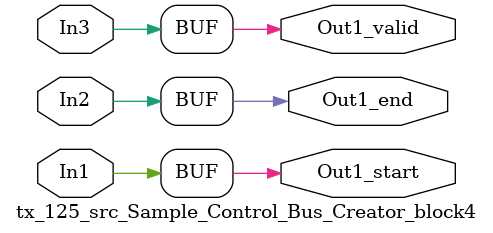
<source format=v>



`timescale 1 ns / 1 ns

module tx_125_src_Sample_Control_Bus_Creator_block4
          (In1,
           In2,
           In3,
           Out1_start,
           Out1_end,
           Out1_valid);


  input   In1;
  input   In2;
  input   In3;
  output  Out1_start;
  output  Out1_end;
  output  Out1_valid;




  assign Out1_start = In1;

  assign Out1_end = In2;

  assign Out1_valid = In3;

endmodule  // tx_125_src_Sample_Control_Bus_Creator_block4


</source>
